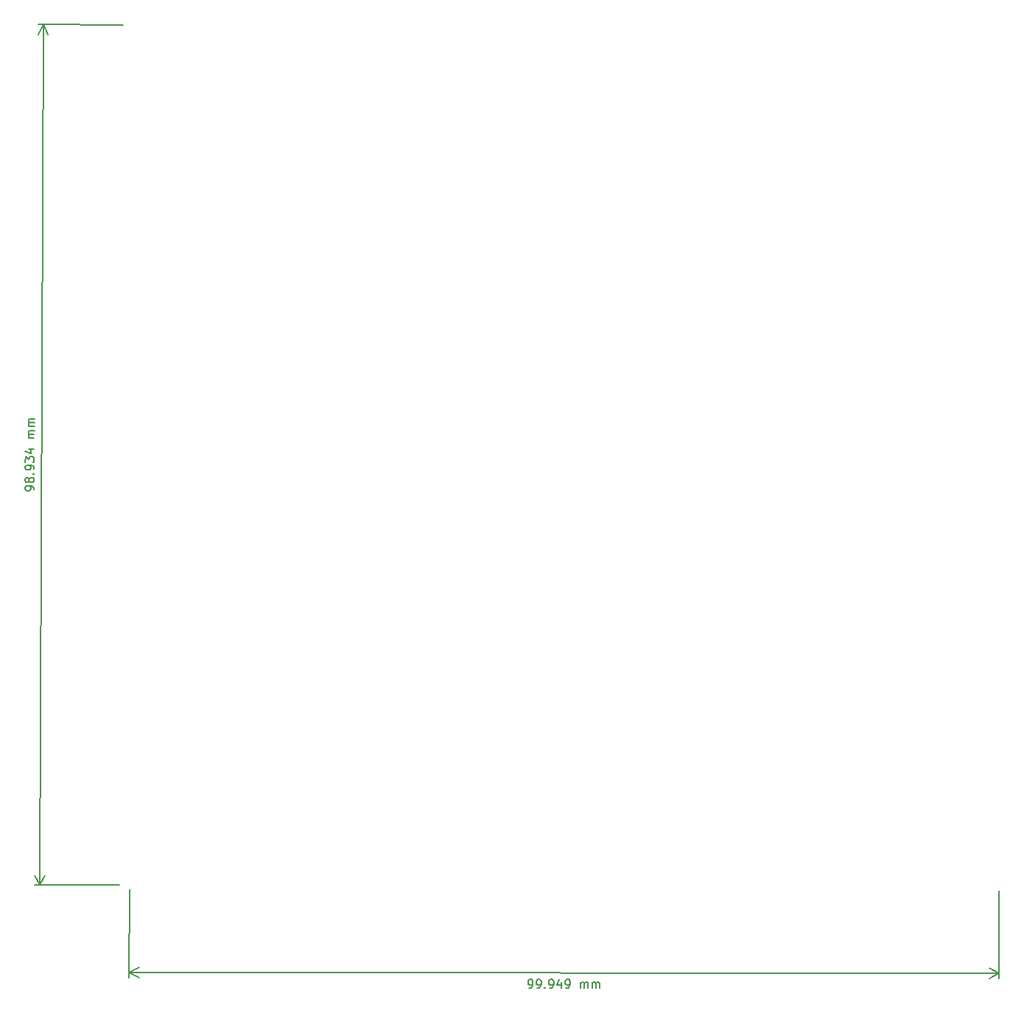
<source format=gbr>
%TF.GenerationSoftware,KiCad,Pcbnew,(5.1.10)-1*%
%TF.CreationDate,2022-03-14T15:34:21+00:00*%
%TF.ProjectId,testing_board,74657374-696e-4675-9f62-6f6172642e6b,rev?*%
%TF.SameCoordinates,Original*%
%TF.FileFunction,Other,ECO1*%
%FSLAX46Y46*%
G04 Gerber Fmt 4.6, Leading zero omitted, Abs format (unit mm)*
G04 Created by KiCad (PCBNEW (5.1.10)-1) date 2022-03-14 15:34:21*
%MOMM*%
%LPD*%
G01*
G04 APERTURE LIST*
%ADD10C,0.150000*%
G04 APERTURE END LIST*
D10*
X6693696Y-137423235D02*
X6694693Y-137232761D01*
X6647574Y-137137275D01*
X6600205Y-137089407D01*
X6457848Y-136993423D01*
X6267624Y-136944807D01*
X5886677Y-136942812D01*
X5791191Y-136989932D01*
X5743323Y-137037301D01*
X5695206Y-137132288D01*
X5694208Y-137322762D01*
X5741328Y-137418248D01*
X5788697Y-137466116D01*
X5883685Y-137514233D01*
X6121777Y-137515480D01*
X6217263Y-137468360D01*
X6265131Y-137420991D01*
X6313248Y-137326003D01*
X6314245Y-137135530D01*
X6267125Y-137040044D01*
X6219756Y-136992176D01*
X6124769Y-136944059D01*
X6127761Y-136372638D02*
X6079644Y-136467626D01*
X6031776Y-136514995D01*
X5936290Y-136562114D01*
X5888671Y-136561865D01*
X5793684Y-136513748D01*
X5746315Y-136465880D01*
X5699195Y-136370394D01*
X5700192Y-136179920D01*
X5748309Y-136084933D01*
X5796177Y-136037564D01*
X5891663Y-135990444D01*
X5939282Y-135990694D01*
X6034269Y-136038811D01*
X6081638Y-136086678D01*
X6128758Y-136182164D01*
X6127761Y-136372638D01*
X6174880Y-136468124D01*
X6222249Y-136515992D01*
X6317237Y-136564109D01*
X6507710Y-136565106D01*
X6603197Y-136517987D01*
X6651064Y-136470617D01*
X6699181Y-136375630D01*
X6700179Y-136185156D01*
X6653059Y-136089670D01*
X6605690Y-136041803D01*
X6510702Y-135993686D01*
X6320229Y-135992688D01*
X6224743Y-136039808D01*
X6176875Y-136087177D01*
X6128758Y-136182164D01*
X6608183Y-135565619D02*
X6656051Y-135518250D01*
X6703420Y-135566117D01*
X6655552Y-135613486D01*
X6608183Y-135565619D01*
X6703420Y-135566117D01*
X6706163Y-135042315D02*
X6707160Y-134851841D01*
X6660040Y-134756355D01*
X6612671Y-134708488D01*
X6470315Y-134612503D01*
X6280090Y-134563887D01*
X5899143Y-134561892D01*
X5803657Y-134609012D01*
X5755789Y-134656381D01*
X5707672Y-134751369D01*
X5706675Y-134941842D01*
X5753795Y-135037328D01*
X5801164Y-135085196D01*
X5896151Y-135133313D01*
X6134243Y-135134560D01*
X6229729Y-135087440D01*
X6277597Y-135040071D01*
X6325714Y-134945084D01*
X6326711Y-134754610D01*
X6279592Y-134659124D01*
X6232223Y-134611256D01*
X6137235Y-134563139D01*
X5710415Y-134227566D02*
X5713656Y-133608527D01*
X6092858Y-133943851D01*
X6093606Y-133800995D01*
X6141723Y-133706008D01*
X6189591Y-133658639D01*
X6285077Y-133611519D01*
X6523169Y-133612766D01*
X6618156Y-133660883D01*
X6665526Y-133708751D01*
X6712645Y-133804237D01*
X6711149Y-134089947D01*
X6663032Y-134184935D01*
X6615164Y-134232304D01*
X6051473Y-132753141D02*
X6718131Y-132756632D01*
X5669279Y-132989239D02*
X6382308Y-133231071D01*
X6385550Y-132612032D01*
X6724863Y-131470935D02*
X6058205Y-131467445D01*
X6153442Y-131467943D02*
X6106073Y-131420076D01*
X6058953Y-131324590D01*
X6059701Y-131181734D01*
X6107818Y-131086747D01*
X6203304Y-131039627D01*
X6727107Y-131042370D01*
X6203304Y-131039627D02*
X6108317Y-130991510D01*
X6061197Y-130896024D01*
X6061945Y-130753169D01*
X6110062Y-130658181D01*
X6205548Y-130611062D01*
X6729350Y-130613804D01*
X6731844Y-130137620D02*
X6065186Y-130134130D01*
X6160423Y-130134628D02*
X6113054Y-130086761D01*
X6065934Y-129991274D01*
X6066682Y-129848419D01*
X6114799Y-129753432D01*
X6210285Y-129706312D01*
X6734088Y-129709055D01*
X6210285Y-129706312D02*
X6115298Y-129658195D01*
X6068178Y-129562709D01*
X6068926Y-129419854D01*
X6117043Y-129324866D01*
X6212529Y-129277747D01*
X6736332Y-129280489D01*
X7372005Y-182844809D02*
X7753005Y-83911809D01*
X16510000Y-182880000D02*
X6785588Y-182842550D01*
X16891000Y-83947000D02*
X7166588Y-83909550D01*
X7753005Y-83911809D02*
X8335083Y-85040563D01*
X7753005Y-83911809D02*
X7162250Y-85036046D01*
X7372005Y-182844809D02*
X7962760Y-181720572D01*
X7372005Y-182844809D02*
X6789927Y-181716055D01*
X63565556Y-194722429D02*
X63756032Y-194722671D01*
X63851330Y-194675173D01*
X63899010Y-194627615D01*
X63994430Y-194484879D01*
X64042291Y-194294463D01*
X64042775Y-193913511D01*
X63995277Y-193818212D01*
X63947718Y-193770533D01*
X63852541Y-193722793D01*
X63662065Y-193722551D01*
X63566766Y-193770049D01*
X63519087Y-193817607D01*
X63471347Y-193912785D01*
X63471044Y-194150880D01*
X63518542Y-194246178D01*
X63566100Y-194293858D01*
X63661278Y-194341598D01*
X63851754Y-194341840D01*
X63947053Y-194294342D01*
X63994732Y-194246783D01*
X64042472Y-194151606D01*
X64517936Y-194723639D02*
X64708412Y-194723881D01*
X64803711Y-194676383D01*
X64851390Y-194628825D01*
X64946810Y-194486089D01*
X64994671Y-194295673D01*
X64995155Y-193914721D01*
X64947657Y-193819423D01*
X64900098Y-193771743D01*
X64804921Y-193724003D01*
X64614445Y-193723761D01*
X64519146Y-193771259D01*
X64471467Y-193818817D01*
X64423727Y-193913995D01*
X64423424Y-194152090D01*
X64470922Y-194247389D01*
X64518481Y-194295068D01*
X64613658Y-194342808D01*
X64804134Y-194343050D01*
X64899433Y-194295552D01*
X64947112Y-194247994D01*
X64994852Y-194152816D01*
X65422818Y-194629551D02*
X65470377Y-194677230D01*
X65422697Y-194724789D01*
X65375139Y-194677109D01*
X65422818Y-194629551D01*
X65422697Y-194724789D01*
X65946506Y-194725454D02*
X66136982Y-194725696D01*
X66232281Y-194678198D01*
X66279960Y-194630640D01*
X66375380Y-194487904D01*
X66423241Y-194297488D01*
X66423725Y-193916536D01*
X66376227Y-193821238D01*
X66328669Y-193773558D01*
X66233491Y-193725818D01*
X66043015Y-193725576D01*
X65947717Y-193773074D01*
X65900037Y-193820633D01*
X65852297Y-193915810D01*
X65851994Y-194153905D01*
X65899492Y-194249204D01*
X65947051Y-194296883D01*
X66042228Y-194344623D01*
X66232704Y-194344865D01*
X66328003Y-194297367D01*
X66375683Y-194249809D01*
X66423423Y-194154631D01*
X67280686Y-194060482D02*
X67279839Y-194727149D01*
X67043075Y-193679228D02*
X66804072Y-194393210D01*
X67423119Y-194393997D01*
X67851267Y-194727875D02*
X68041743Y-194728117D01*
X68137041Y-194680619D01*
X68184721Y-194633060D01*
X68280140Y-194490324D01*
X68328001Y-194299909D01*
X68328485Y-193918957D01*
X68280987Y-193823658D01*
X68233429Y-193775978D01*
X68138251Y-193728238D01*
X67947775Y-193727996D01*
X67852477Y-193775494D01*
X67804797Y-193823053D01*
X67757057Y-193918230D01*
X67756755Y-194156325D01*
X67804253Y-194251624D01*
X67851811Y-194299304D01*
X67946989Y-194347044D01*
X68137465Y-194347286D01*
X68232763Y-194299788D01*
X68280443Y-194252229D01*
X68328183Y-194157052D01*
X69517932Y-194729992D02*
X69518779Y-194063326D01*
X69518658Y-194158564D02*
X69566338Y-194111006D01*
X69661636Y-194063508D01*
X69804493Y-194063689D01*
X69899671Y-194111429D01*
X69947169Y-194206728D01*
X69946503Y-194730537D01*
X69947169Y-194206728D02*
X69994909Y-194111550D01*
X70090207Y-194064052D01*
X70233064Y-194064234D01*
X70328242Y-194111974D01*
X70375740Y-194207272D01*
X70375074Y-194731081D01*
X70851264Y-194731687D02*
X70852111Y-194065020D01*
X70851990Y-194160258D02*
X70899670Y-194112700D01*
X70994968Y-194065202D01*
X71137825Y-194065383D01*
X71233003Y-194113123D01*
X71280501Y-194208422D01*
X71279835Y-194732231D01*
X71280501Y-194208422D02*
X71328241Y-194113245D01*
X71423540Y-194065747D01*
X71566397Y-194065928D01*
X71661574Y-194113668D01*
X71709072Y-194208967D01*
X71708406Y-194732776D01*
X17640899Y-192911693D02*
X117589899Y-193038693D01*
X17653000Y-183388000D02*
X17640154Y-193498114D01*
X117602000Y-183515000D02*
X117589154Y-193625114D01*
X117589899Y-193038693D02*
X116462651Y-193623682D01*
X117589899Y-193038693D02*
X116464141Y-192450841D01*
X17640899Y-192911693D02*
X18766657Y-193499545D01*
X17640899Y-192911693D02*
X18768147Y-192326704D01*
M02*

</source>
